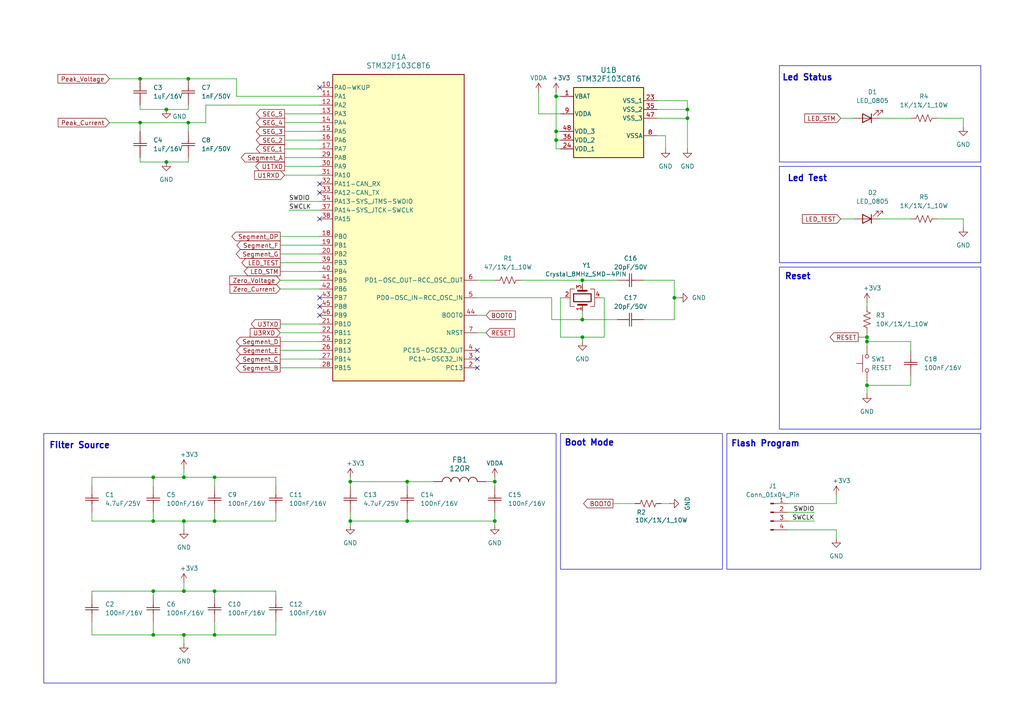
<source format=kicad_sch>
(kicad_sch (version 20231120) (generator "eeschema") (generator_version "8.0")
  (paper "A4")
  (lib_symbols
    (symbol "Connector:Conn_01x04_Pin" (pin_names (offset 1.016) hide)
      (property "Reference" "J" (at 0 5.08 0))
      (property "Value" "Conn_01x04_Pin" (at 0 -7.62 0))
      (symbol "Conn_01x04_Pin_1_1"
        (pin passive line (at 5.08 2.54 180) (length 3.81) (name "Pin_1") (number "1"))
        (pin passive line (at 5.08 0 180) (length 3.81) (name "Pin_2") (number "2"))
        (pin passive line (at 5.08 -2.54 180) (length 3.81) (name "Pin_3") (number "3"))
        (pin passive line (at 5.08 -5.08 180) (length 3.81) (name "Pin_4") (number "4"))
      )
    )
    (symbol "Measurement_Power_AC:Ceramic_Cap_SMD_0603_100nF_16V" (pin_numbers hide) (pin_names hide)
      (property "Reference" "C" (at 1.016 2.794 0))
      (property "Value" "100nF/16V" (at 0.254 5.334 0))
      (symbol "Ceramic_Cap_SMD_0603_100nF_16V_1_1"
        (pin unspecified line (at -1.27 0 0) (length 2.54) (name "") (number "1"))
        (pin unspecified line (at 6.35 0 180) (length 2.54) (name "") (number "2"))
      )
    )
    (symbol "Measurement_Power_AC:Ceramic_Cap_SMD_0603_1nF_50V" (pin_numbers hide) (pin_names hide)
      (property "Reference" "C" (at 1.016 2.794 0))
      (property "Value" "1nF/50V" (at 0.254 5.334 0))
      (symbol "Ceramic_Cap_SMD_0603_1nF_50V_1_1"
        (pin unspecified line (at -1.27 0 0) (length 2.54) (name "") (number "1"))
        (pin unspecified line (at 6.35 0 180) (length 2.54) (name "") (number "2"))
      )
    )
    (symbol "Measurement_Power_AC:Ceramic_Cap_SMD_0603_4.7uF_25V" (pin_numbers hide) (pin_names hide)
      (property "Reference" "C" (at 2.286 2.794 0))
      (property "Value" "4.7uF/25V" (at 0.254 5.334 0))
      (symbol "Ceramic_Cap_SMD_0603_4.7uF_25V_1_1"
        (pin unspecified line (at 0 0 0) (length 2.54) (name "") (number "1"))
        (pin unspecified line (at 7.62 0 180) (length 2.54) (name "") (number "2"))
      )
    )
    (symbol "Measurement_Power_AC:Ceramic_Cap_SMD_1uF_16V" (pin_numbers hide) (pin_names hide)
      (property "Reference" "C" (at 2.286 2.794 0))
      (property "Value" "1uF/16V" (at 0.254 5.334 0))
      (symbol "Ceramic_Cap_SMD_1uF_16V_1_1"
        (pin unspecified line (at 0 0 0) (length 2.54) (name "") (number "1"))
        (pin unspecified line (at 7.62 0 180) (length 2.54) (name "") (number "2"))
      )
    )
    (symbol "Measurement_Power_AC:Ceramic_Cap_SMD_20pF_50V" (pin_numbers hide) (pin_names hide)
      (property "Reference" "C" (at 1.016 2.794 0))
      (property "Value" "20pF/50V" (at 0.254 5.334 0))
      (symbol "Ceramic_Cap_SMD_20pF_50V_1_1"
        (pin unspecified line (at -1.27 0 0) (length 2.54) (name "") (number "1"))
        (pin unspecified line (at 6.35 0 180) (length 2.54) (name "") (number "2"))
      )
    )
    (symbol "Measurement_Power_AC:Crystal_8MHz_SMD-4PIN" (pin_names (offset 1.016) hide)
      (property "Reference" "Y" (at 3.175 5.08 0))
      (property "Value" "Crystal_8MHz_SMD-4PIN" (at 3.175 3.175 0))
      (symbol "Crystal_8MHz_SMD-4PIN_1_1"
        (pin passive line (at -3.81 0 0) (length 1.27) (name "1") (number "1"))
        (pin passive line (at 0 5.08 270) (length 1.27) (name "2") (number "2"))
        (pin passive line (at 3.81 0 180) (length 1.27) (name "3") (number "3"))
        (pin passive line (at 0 -5.08 90) (length 1.27) (name "4") (number "4"))
      )
    )
    (symbol "Measurement_Power_AC:Ferrite_Bead/2A/120R" (pin_numbers hide) (pin_names (offset 0.254) hide)
      (property "Reference" "FB" (at 6.985 5.08 0))
      (property "Value" "120R" (at 6.985 -2.54 0))
      (symbol "Ferrite_Bead/2A/120R_1_1"
        (pin unspecified line (at 15.24 0 180) (length 2.54) (name "1") (number "1"))
        (pin unspecified line (at 0 0 0) (length 2.54) (name "2") (number "2"))
      )
      (symbol "Ferrite_Bead/2A/120R_1_2"
        (pin unspecified line (at 0 15.24 270) (length 2.54) (name "1") (number "1"))
        (pin unspecified line (at 0 0 90) (length 2.54) (name "2") (number "2"))
      )
    )
    (symbol "Measurement_Power_AC:LED_0805" (pin_numbers hide) (pin_names (offset 1.016) hide)
      (property "Reference" "D" (at 0 2.54 0))
      (property "Value" "LED_0805" (at 0 -4.064 0))
      (symbol "LED_0805_1_1"
        (pin passive line (at -3.81 0 0) (length 2.54) (name "K") (number "1"))
        (pin passive line (at 3.81 0 180) (length 2.54) (name "A") (number "2"))
      )
    )
    (symbol "Measurement_Power_AC:Res_10K_0603_1%" (pin_numbers hide) (pin_names hide)
      (property "Reference" "R" (at 2.794 3.81 0))
      (property "Value" "10K/1%/1_10W" (at 4.064 -2.54 0))
      (symbol "Res_10K_0603_1%_1_1"
        (pin passive line (at 0 0 0) (length 1.27) (name "~") (number "1"))
        (pin passive line (at 7.62 0 180) (length 1.27) (name "~") (number "2"))
      )
    )
    (symbol "Measurement_Power_AC:Res_1K_0603_1%" (pin_numbers hide) (pin_names hide)
      (property "Reference" "R" (at 3.556 2.54 0))
      (property "Value" "1K/1%/1_10W" (at 4.064 -2.54 0))
      (symbol "Res_1K_0603_1%_1_1"
        (pin passive line (at 0 0 0) (length 1.27) (name "~") (number "1"))
        (pin passive line (at 7.62 0 180) (length 1.27) (name "~") (number "2"))
      )
    )
    (symbol "Measurement_Power_AC:Res_47_0603_1%" (pin_numbers hide) (pin_names hide)
      (property "Reference" "R" (at 3.556 2.54 0))
      (property "Value" "47/1%/1_10W" (at 4.064 -2.54 0))
      (symbol "Res_47_0603_1%_1_1"
        (pin passive line (at 0 0 0) (length 1.27) (name "~") (number "1"))
        (pin passive line (at 7.62 0 180) (length 1.27) (name "~") (number "2"))
      )
    )
    (symbol "Measurement_Power_AC:STM32F103C8T6" (pin_names (offset 0.254))
      (property "Reference" "U" (at 16.51 92.71 0))
      (property "Value" "STM32F103C8T6" (at 17.78 90.17 0))
      (symbol "STM32F103C8T6_1_1"
        (pin bidirectional line (at -3.81 85.09 0) (length 3.81) (name "PA0-WKUP") (number "10"))
        (pin bidirectional line (at -3.81 82.55 0) (length 3.81) (name "PA1") (number "11"))
        (pin bidirectional line (at -3.81 80.01 0) (length 3.81) (name "PA2") (number "12"))
        (pin bidirectional line (at -3.81 77.47 0) (length 3.81) (name "PA3") (number "13"))
        (pin bidirectional line (at -3.81 74.93 0) (length 3.81) (name "PA4") (number "14"))
        (pin bidirectional line (at -3.81 72.39 0) (length 3.81) (name "PA5") (number "15"))
        (pin bidirectional line (at -3.81 69.85 0) (length 3.81) (name "PA6") (number "16"))
        (pin bidirectional line (at -3.81 67.31 0) (length 3.81) (name "PA7") (number "17"))
        (pin bidirectional line (at -3.81 41.91 0) (length 3.81) (name "PB0") (number "18"))
        (pin bidirectional line (at -3.81 39.37 0) (length 3.81) (name "PB1") (number "19"))
        (pin bidirectional line (at 41.91 3.81 180) (length 3.81) (name "PC13") (number "2"))
        (pin bidirectional line (at -3.81 36.83 0) (length 3.81) (name "PB2") (number "20"))
        (pin bidirectional line (at -3.81 16.51 0) (length 3.81) (name "PB10") (number "21"))
        (pin bidirectional line (at -3.81 13.97 0) (length 3.81) (name "PB11") (number "22"))
        (pin bidirectional line (at -3.81 11.43 0) (length 3.81) (name "PB12") (number "25"))
        (pin bidirectional line (at -3.81 8.89 0) (length 3.81) (name "PB13") (number "26"))
        (pin bidirectional line (at -3.81 6.35 0) (length 3.81) (name "PB14") (number "27"))
        (pin bidirectional line (at -3.81 3.81 0) (length 3.81) (name "PB15") (number "28"))
        (pin bidirectional line (at -3.81 64.77 0) (length 3.81) (name "PA8") (number "29"))
        (pin bidirectional line (at 41.91 6.35 180) (length 3.81) (name "PC14-OSC32_IN") (number "3"))
        (pin bidirectional line (at -3.81 62.23 0) (length 3.81) (name "PA9") (number "30"))
        (pin bidirectional line (at -3.81 59.69 0) (length 3.81) (name "PA10") (number "31"))
        (pin unspecified line (at -3.81 57.15 0) (length 3.81) (name "PA11-CAN_RX") (number "32"))
        (pin unspecified line (at -3.81 54.61 0) (length 3.81) (name "PA12-CAN_TX") (number "33"))
        (pin unspecified line (at -3.81 52.07 0) (length 3.81) (name "PA13-SYS_JTMS-SWDIO") (number "34"))
        (pin unspecified line (at -3.81 49.53 0) (length 3.81) (name "PA14-SYS_JTCK-SWCLK") (number "37"))
        (pin bidirectional line (at -3.81 46.99 0) (length 3.81) (name "PA15") (number "38"))
        (pin bidirectional line (at -3.81 34.29 0) (length 3.81) (name "PB3") (number "39"))
        (pin bidirectional line (at 41.91 8.89 180) (length 3.81) (name "PC15-OSC32_OUT") (number "4"))
        (pin bidirectional line (at -3.81 31.75 0) (length 3.81) (name "PB4") (number "40"))
        (pin bidirectional line (at -3.81 29.21 0) (length 3.81) (name "PB5") (number "41"))
        (pin bidirectional line (at -3.81 26.67 0) (length 3.81) (name "PB6") (number "42"))
        (pin bidirectional line (at -3.81 24.13 0) (length 3.81) (name "PB7") (number "43"))
        (pin input line (at 41.91 19.05 180) (length 3.81) (name "BOOT0") (number "44"))
        (pin bidirectional line (at -3.81 21.59 0) (length 3.81) (name "PB8") (number "45"))
        (pin bidirectional line (at -3.81 19.05 0) (length 3.81) (name "PB9") (number "46"))
        (pin unspecified line (at 41.91 24.13 180) (length 3.81) (name "PD0-OSC_IN-RCC_OSC_IN") (number "5"))
        (pin unspecified line (at 41.91 29.21 180) (length 3.81) (name "PD1-OSC_OUT-RCC_OSC_OUT") (number "6"))
        (pin bidirectional line (at 41.91 13.97 180) (length 3.81) (name "NRST") (number "7"))
      )
      (symbol "STM32F103C8T6_2_1"
        (pin power_in line (at 24.13 17.78 180) (length 3.81) (name "VBAT") (number "1"))
        (pin power_in line (at -3.81 16.51 0) (length 3.81) (name "VSS_1") (number "23"))
        (pin power_in line (at 24.13 2.54 180) (length 3.81) (name "VDD_1") (number "24"))
        (pin power_in line (at -3.81 13.97 0) (length 3.81) (name "VSS_2") (number "35"))
        (pin power_in line (at 24.13 5.08 180) (length 3.81) (name "VDD_2") (number "36"))
        (pin power_in line (at -3.81 11.43 0) (length 3.81) (name "VSS_3") (number "47"))
        (pin power_in line (at 24.13 7.62 180) (length 3.81) (name "VDD_3") (number "48"))
        (pin power_in line (at -3.81 6.35 0) (length 3.81) (name "VSSA") (number "8"))
        (pin power_in line (at 24.13 12.7 180) (length 3.81) (name "VDDA") (number "9"))
      )
    )
    (symbol "Measurement_Power_AC:SW_Push" (pin_numbers hide) (pin_names (offset 1.016) hide)
      (property "Reference" "SW" (at 1.27 2.54 0))
      (property "Value" "SW_Push" (at 0 -1.524 0))
      (symbol "SW_Push_0_1"
        (pin passive line (at -5.08 0 0) (length 2.54) (name "1") (number "1"))
        (pin passive line (at 5.08 0 180) (length 2.54) (name "2") (number "2"))
      )
    )
    (symbol "power:+3.3VA" (power) (pin_numbers hide) (pin_names (offset 0) hide)
      (property "Value" "+3.3VA" (at 0 3.556 0))
      (symbol "+3.3VA_1_1"
        (pin power_in line (at 0 0 90) (length 0) (name "~") (number "1"))
      )
    )
    (symbol "power:+3V3" (power) (pin_numbers hide) (pin_names (offset 0) hide)
      (property "Value" "+3V3" (at 0 3.556 0))
      (symbol "+3V3_1_1"
        (pin power_in line (at 0 0 90) (length 0) (name "~") (number "1"))
      )
    )
    (symbol "power:GND" (power) (pin_numbers hide) (pin_names (offset 0) hide)
      (property "Value" "GND" (at 0 -3.81 0))
      (symbol "GND_1_1"
        (pin power_in line (at 0 0 270) (length 0) (name "~") (number "1"))
      )
    )
  )
  (junction (at 168.91 81.28))
  (junction (at 48.26 46.99))
  (junction (at 53.34 184.15))
  (junction (at 62.23 138.43))
  (junction (at 251.46 111.76))
  (junction (at 53.34 171.45))
  (junction (at 40.64 35.56))
  (junction (at 143.51 151.13))
  (junction (at 101.6 139.7))
  (junction (at 62.23 171.45))
  (junction (at 161.29 27.94))
  (junction (at 251.46 97.79))
  (junction (at 44.45 184.15))
  (junction (at 118.11 151.13))
  (junction (at 101.6 151.13))
  (junction (at 143.51 139.7))
  (junction (at 199.39 31.75))
  (junction (at 54.61 35.56))
  (junction (at 48.26 31.75))
  (junction (at 40.64 22.86))
  (junction (at 161.29 38.1))
  (junction (at 44.45 138.43))
  (junction (at 53.34 151.13))
  (junction (at 62.23 184.15))
  (junction (at 44.45 171.45))
  (junction (at 53.34 138.43))
  (junction (at 251.46 99.06))
  (junction (at 199.39 34.29))
  (junction (at 195.58 86.36))
  (junction (at 168.91 92.71))
  (junction (at 161.29 40.64))
  (junction (at 118.11 139.7))
  (junction (at 168.91 97.79))
  (junction (at 62.23 151.13))
  (junction (at 54.61 22.86))
  (junction (at 44.45 151.13))
  (no_connect (at 92.71 55.88))
  (no_connect (at 92.71 86.36))
  (no_connect (at 138.43 101.6))
  (no_connect (at 92.71 53.34))
  (no_connect (at 92.71 91.44))
  (no_connect (at 92.71 25.4))
  (no_connect (at 138.43 106.68))
  (no_connect (at 92.71 88.9))
  (no_connect (at 92.71 63.5))
  (no_connect (at 138.43 104.14))
  (wire (pts (xy 82.55 38.1) (xy 92.71 38.1)))
  (wire (pts (xy 190.5 29.21) (xy 199.39 29.21)))
  (wire (pts (xy 162.56 97.79) (xy 168.91 97.79)))
  (wire (pts (xy 255.27 34.29) (xy 264.16 34.29)))
  (wire (pts (xy 80.01 138.43) (xy 80.01 140.97)))
  (wire (pts (xy 199.39 29.21) (xy 199.39 31.75)))
  (wire (pts (xy 161.29 26.67) (xy 161.29 27.94)))
  (wire (pts (xy 44.45 138.43) (xy 44.45 140.97)))
  (wire (pts (xy 228.6 148.59) (xy 236.22 148.59)))
  (wire (pts (xy 101.6 151.13) (xy 101.6 152.4)))
  (wire (pts (xy 199.39 31.75) (xy 199.39 34.29)))
  (wire (pts (xy 251.46 99.06) (xy 264.16 99.06)))
  (wire (pts (xy 40.64 30.48) (xy 40.64 31.75)))
  (wire (pts (xy 81.28 99.06) (xy 92.71 99.06)))
  (wire (pts (xy 118.11 139.7) (xy 125.73 139.7)))
  (wire (pts (xy 190.5 39.37) (xy 193.04 39.37)))
  (wire (pts (xy 81.28 71.12) (xy 92.71 71.12)))
  (wire (pts (xy 81.28 104.14) (xy 92.71 104.14)))
  (wire (pts (xy 162.56 38.1) (xy 161.29 38.1)))
  (wire (pts (xy 40.64 35.56) (xy 54.61 35.56)))
  (wire (pts (xy 80.01 171.45) (xy 80.01 172.72)))
  (wire (pts (xy 53.34 171.45) (xy 62.23 171.45)))
  (wire (pts (xy 143.51 148.59) (xy 143.51 151.13)))
  (wire (pts (xy 251.46 111.76) (xy 251.46 114.3)))
  (wire (pts (xy 44.45 171.45) (xy 53.34 171.45)))
  (wire (pts (xy 143.51 138.43) (xy 143.51 139.7)))
  (wire (pts (xy 54.61 30.48) (xy 54.61 31.75)))
  (wire (pts (xy 26.67 171.45) (xy 44.45 171.45)))
  (wire (pts (xy 228.6 151.13) (xy 236.22 151.13)))
  (wire (pts (xy 80.01 148.59) (xy 80.01 151.13)))
  (wire (pts (xy 80.01 184.15) (xy 80.01 180.34)))
  (wire (pts (xy 243.84 63.5) (xy 247.65 63.5)))
  (wire (pts (xy 140.97 91.44) (xy 138.43 91.44)))
  (wire (pts (xy 53.34 168.91) (xy 53.34 171.45)))
  (wire (pts (xy 81.28 101.6) (xy 92.71 101.6)))
  (wire (pts (xy 62.23 171.45) (xy 62.23 172.72)))
  (wire (pts (xy 81.28 81.28) (xy 92.71 81.28)))
  (wire (pts (xy 271.78 34.29) (xy 279.4 34.29)))
  (wire (pts (xy 62.23 138.43) (xy 80.01 138.43)))
  (wire (pts (xy 62.23 148.59) (xy 62.23 151.13)))
  (wire (pts (xy 199.39 34.29) (xy 199.39 43.18)))
  (wire (pts (xy 195.58 86.36) (xy 195.58 92.71)))
  (wire (pts (xy 54.61 45.72) (xy 54.61 46.99)))
  (wire (pts (xy 228.6 153.67) (xy 242.57 153.67)))
  (wire (pts (xy 62.23 138.43) (xy 62.23 140.97)))
  (wire (pts (xy 175.26 97.79) (xy 168.91 97.79)))
  (wire (pts (xy 175.26 86.36) (xy 175.26 97.79)))
  (wire (pts (xy 26.67 180.34) (xy 26.67 184.15)))
  (wire (pts (xy 54.61 38.1) (xy 54.61 35.56)))
  (wire (pts (xy 161.29 40.64) (xy 161.29 43.18)))
  (wire (pts (xy 54.61 22.86) (xy 68.58 22.86)))
  (wire (pts (xy 101.6 139.7) (xy 118.11 139.7)))
  (wire (pts (xy 44.45 151.13) (xy 53.34 151.13)))
  (wire (pts (xy 81.28 68.58) (xy 92.71 68.58)))
  (wire (pts (xy 31.75 35.56) (xy 40.64 35.56)))
  (wire (pts (xy 279.4 34.29) (xy 279.4 36.83)))
  (wire (pts (xy 81.28 96.52) (xy 92.71 96.52)))
  (wire (pts (xy 40.64 31.75) (xy 48.26 31.75)))
  (wire (pts (xy 163.83 86.36) (xy 162.56 86.36)))
  (wire (pts (xy 168.91 97.79) (xy 168.91 99.06)))
  (wire (pts (xy 44.45 171.45) (xy 44.45 172.72)))
  (wire (pts (xy 81.28 73.66) (xy 92.71 73.66)))
  (wire (pts (xy 195.58 81.28) (xy 195.58 86.36)))
  (wire (pts (xy 26.67 172.72) (xy 26.67 171.45)))
  (wire (pts (xy 118.11 148.59) (xy 118.11 151.13)))
  (wire (pts (xy 68.58 27.94) (xy 92.71 27.94)))
  (wire (pts (xy 82.55 33.02) (xy 92.71 33.02)))
  (wire (pts (xy 168.91 90.17) (xy 168.91 92.71)))
  (wire (pts (xy 26.67 148.59) (xy 26.67 151.13)))
  (wire (pts (xy 81.28 78.74) (xy 92.71 78.74)))
  (wire (pts (xy 193.04 39.37) (xy 193.04 43.18)))
  (wire (pts (xy 101.6 140.97) (xy 101.6 139.7)))
  (wire (pts (xy 143.51 151.13) (xy 143.51 152.4)))
  (wire (pts (xy 195.58 86.36) (xy 196.85 86.36)))
  (wire (pts (xy 81.28 93.98) (xy 92.71 93.98)))
  (wire (pts (xy 26.67 138.43) (xy 44.45 138.43)))
  (wire (pts (xy 251.46 97.79) (xy 251.46 99.06)))
  (wire (pts (xy 242.57 143.51) (xy 242.57 146.05)))
  (wire (pts (xy 118.11 139.7) (xy 118.11 140.97)))
  (wire (pts (xy 48.26 46.99) (xy 54.61 46.99)))
  (wire (pts (xy 264.16 109.22) (xy 264.16 111.76)))
  (wire (pts (xy 44.45 138.43) (xy 53.34 138.43)))
  (wire (pts (xy 143.51 139.7) (xy 140.97 139.7)))
  (wire (pts (xy 83.82 58.42) (xy 92.71 58.42)))
  (wire (pts (xy 44.45 148.59) (xy 44.45 151.13)))
  (wire (pts (xy 177.8 146.05) (xy 184.15 146.05)))
  (wire (pts (xy 59.69 30.48) (xy 92.71 30.48)))
  (wire (pts (xy 26.67 184.15) (xy 44.45 184.15)))
  (wire (pts (xy 190.5 34.29) (xy 199.39 34.29)))
  (wire (pts (xy 138.43 86.36) (xy 160.02 86.36)))
  (wire (pts (xy 81.28 106.68) (xy 92.71 106.68)))
  (wire (pts (xy 173.99 86.36) (xy 175.26 86.36)))
  (wire (pts (xy 255.27 63.5) (xy 264.16 63.5)))
  (wire (pts (xy 68.58 22.86) (xy 68.58 27.94)))
  (wire (pts (xy 81.28 76.2) (xy 92.71 76.2)))
  (wire (pts (xy 243.84 34.29) (xy 247.65 34.29)))
  (wire (pts (xy 251.46 110.49) (xy 251.46 111.76)))
  (wire (pts (xy 82.55 35.56) (xy 92.71 35.56)))
  (wire (pts (xy 82.55 45.72) (xy 92.71 45.72)))
  (wire (pts (xy 162.56 33.02) (xy 156.21 33.02)))
  (wire (pts (xy 161.29 43.18) (xy 162.56 43.18)))
  (wire (pts (xy 251.46 111.76) (xy 264.16 111.76)))
  (wire (pts (xy 101.6 148.59) (xy 101.6 151.13)))
  (wire (pts (xy 101.6 151.13) (xy 118.11 151.13)))
  (wire (pts (xy 156.21 33.02) (xy 156.21 26.67)))
  (wire (pts (xy 62.23 171.45) (xy 80.01 171.45)))
  (wire (pts (xy 40.64 38.1) (xy 40.64 35.56)))
  (wire (pts (xy 82.55 48.26) (xy 92.71 48.26)))
  (wire (pts (xy 48.26 31.75) (xy 54.61 31.75)))
  (wire (pts (xy 190.5 31.75) (xy 199.39 31.75)))
  (wire (pts (xy 59.69 35.56) (xy 54.61 35.56)))
  (wire (pts (xy 138.43 81.28) (xy 143.51 81.28)))
  (wire (pts (xy 53.34 138.43) (xy 62.23 138.43)))
  (wire (pts (xy 161.29 27.94) (xy 162.56 27.94)))
  (wire (pts (xy 26.67 140.97) (xy 26.67 138.43)))
  (wire (pts (xy 162.56 86.36) (xy 162.56 97.79)))
  (wire (pts (xy 242.57 153.67) (xy 242.57 156.21)))
  (wire (pts (xy 118.11 151.13) (xy 143.51 151.13)))
  (wire (pts (xy 161.29 38.1) (xy 161.29 40.64)))
  (wire (pts (xy 251.46 87.63) (xy 251.46 88.9)))
  (wire (pts (xy 82.55 40.64) (xy 92.71 40.64)))
  (wire (pts (xy 83.82 60.96) (xy 92.71 60.96)))
  (wire (pts (xy 101.6 138.43) (xy 101.6 139.7)))
  (wire (pts (xy 195.58 92.71) (xy 186.69 92.71)))
  (wire (pts (xy 251.46 99.06) (xy 251.46 100.33)))
  (wire (pts (xy 191.77 146.05) (xy 194.31 146.05)))
  (wire (pts (xy 248.92 97.79) (xy 251.46 97.79)))
  (wire (pts (xy 26.67 151.13) (xy 44.45 151.13)))
  (wire (pts (xy 162.56 40.64) (xy 161.29 40.64)))
  (wire (pts (xy 62.23 151.13) (xy 80.01 151.13)))
  (wire (pts (xy 251.46 96.52) (xy 251.46 97.79)))
  (wire (pts (xy 59.69 30.48) (xy 59.69 35.56)))
  (wire (pts (xy 82.55 50.8) (xy 92.71 50.8)))
  (wire (pts (xy 228.6 146.05) (xy 242.57 146.05)))
  (wire (pts (xy 53.34 151.13) (xy 53.34 153.67)))
  (wire (pts (xy 138.43 96.52) (xy 140.97 96.52)))
  (wire (pts (xy 168.91 81.28) (xy 179.07 81.28)))
  (wire (pts (xy 160.02 92.71) (xy 168.91 92.71)))
  (wire (pts (xy 151.13 81.28) (xy 168.91 81.28)))
  (wire (pts (xy 44.45 184.15) (xy 53.34 184.15)))
  (wire (pts (xy 168.91 92.71) (xy 179.07 92.71)))
  (wire (pts (xy 81.28 83.82) (xy 92.71 83.82)))
  (wire (pts (xy 62.23 184.15) (xy 80.01 184.15)))
  (wire (pts (xy 53.34 151.13) (xy 62.23 151.13)))
  (wire (pts (xy 279.4 63.5) (xy 279.4 66.04)))
  (wire (pts (xy 143.51 140.97) (xy 143.51 139.7)))
  (wire (pts (xy 53.34 184.15) (xy 62.23 184.15)))
  (wire (pts (xy 160.02 86.36) (xy 160.02 92.71)))
  (wire (pts (xy 62.23 180.34) (xy 62.23 184.15)))
  (wire (pts (xy 186.69 81.28) (xy 195.58 81.28)))
  (wire (pts (xy 82.55 43.18) (xy 92.71 43.18)))
  (wire (pts (xy 271.78 63.5) (xy 279.4 63.5)))
  (wire (pts (xy 31.75 22.86) (xy 40.64 22.86)))
  (wire (pts (xy 53.34 184.15) (xy 53.34 186.69)))
  (wire (pts (xy 53.34 135.89) (xy 53.34 138.43)))
  (wire (pts (xy 40.64 22.86) (xy 54.61 22.86)))
  (wire (pts (xy 161.29 27.94) (xy 161.29 38.1)))
  (wire (pts (xy 264.16 101.6) (xy 264.16 99.06)))
  (wire (pts (xy 44.45 180.34) (xy 44.45 184.15)))
  (wire (pts (xy 40.64 46.99) (xy 48.26 46.99)))
  (wire (pts (xy 40.64 45.72) (xy 40.64 46.99)))
  (wire (pts (xy 168.91 81.28) (xy 168.91 82.55)))
  (rectangle (start 226.06 19.05) (end 284.48 46.99))
  (rectangle (start 210.82 125.73) (end 284.48 165.1))
  (rectangle (start 162.56 125.73) (end 209.55 165.1))
  (rectangle (start 226.06 77.47) (end 284.48 124.46))
  (rectangle (start 226.06 48.26) (end 284.48 76.2))
  (rectangle (start 12.7 125.73) (end 161.29 198.12))
  (text "Flash Program" (at 221.996 128.778 0) (effects (font (size 1.778 1.778) (thickness 0.3556) (bold yes))))
  (text "Led Status" (at 234.188 22.606 0) (effects (font (size 1.778 1.778) (thickness 0.3556) (bold yes))))
  (text "Reset\n" (at 231.394 80.264 0) (effects (font (size 1.778 1.778) (thickness 0.3556) (bold yes))))
  (text "Boot Mode\n" (at 170.942 128.524 0) (effects (font (size 1.778 1.778) (thickness 0.3556) (bold yes))))
  (text "Led Test" (at 234.188 51.816 0) (effects (font (size 1.778 1.778) (thickness 0.3556) (bold yes))))
  (text "Filter Source" (at 23.114 129.286 0) (effects (font (size 1.778 1.778) (thickness 0.3556) (bold yes))))
  (label "SWCLK" (at 236.22 151.13 180))
  (label "SWDIO" (at 236.22 148.59 180))
  (label "SWCLK" (at 83.82 60.96 0))
  (label "SWDIO" (at 83.82 58.42 0))
  (global_label "U3TXD" (shape output) (at 81.28 93.98 180) (property "Intersheetrefs" "${INTERSHEET_REFS}" (effects (hide yes))))
  (global_label "Peak_Voltage" (shape input) (at 31.75 22.86 180) (property "Intersheetrefs" "${INTERSHEET_REFS}" (effects (hide yes))))
  (global_label "SEG_3" (shape output) (at 82.55 38.1 180) (property "Intersheetrefs" "${INTERSHEET_REFS}" (effects (hide yes))))
  (global_label "U1RXD" (shape input) (at 82.55 50.8 180) (property "Intersheetrefs" "${INTERSHEET_REFS}" (effects (hide yes))))
  (global_label "RESET" (shape output) (at 248.92 97.79 180) (property "Intersheetrefs" "${INTERSHEET_REFS}" (effects (hide yes))))
  (global_label "SEG_4" (shape output) (at 82.55 35.56 180) (property "Intersheetrefs" "${INTERSHEET_REFS}" (effects (hide yes))))
  (global_label "LED_STM" (shape output) (at 81.28 78.74 180) (effects (font (thickness 0.1588))) (property "Intersheetrefs" "${INTERSHEET_REFS}" (effects (hide yes))))
  (global_label "Segment_E" (shape output) (at 81.28 101.6 180) (property "Intersheetrefs" "${INTERSHEET_REFS}" (effects (hide yes))))
  (global_label "Peak_Current" (shape input) (at 31.75 35.56 180) (property "Intersheetrefs" "${INTERSHEET_REFS}" (effects (hide yes))))
  (global_label "LED_TEST" (shape input) (at 243.84 63.5 180) (effects (font (thickness 0.1588))) (property "Intersheetrefs" "${INTERSHEET_REFS}" (effects (hide yes))))
  (global_label "LED_TEST" (shape output) (at 81.28 76.2 180) (effects (font (thickness 0.1588))) (property "Intersheetrefs" "${INTERSHEET_REFS}" (effects (hide yes))))
  (global_label "LED_STM" (shape input) (at 243.84 34.29 180) (effects (font (thickness 0.1588))) (property "Intersheetrefs" "${INTERSHEET_REFS}" (effects (hide yes))))
  (global_label "Segment_DP" (shape output) (at 81.28 68.58 180) (property "Intersheetrefs" "${INTERSHEET_REFS}" (effects (hide yes))))
  (global_label "SEG_5" (shape output) (at 82.55 33.02 180) (property "Intersheetrefs" "${INTERSHEET_REFS}" (effects (hide yes))))
  (global_label "Segment_A" (shape output) (at 82.55 45.72 180) (property "Intersheetrefs" "${INTERSHEET_REFS}" (effects (hide yes))))
  (global_label "Segment_C" (shape output) (at 81.28 104.14 180) (property "Intersheetrefs" "${INTERSHEET_REFS}" (effects (hide yes))))
  (global_label "RESET" (shape input) (at 140.97 96.52 0) (property "Intersheetrefs" "${INTERSHEET_REFS}" (effects (hide yes))))
  (global_label "Segment_D" (shape output) (at 81.28 99.06 180) (property "Intersheetrefs" "${INTERSHEET_REFS}" (effects (hide yes))))
  (global_label "Zero_Voltage" (shape input) (at 81.28 81.28 180) (property "Intersheetrefs" "${INTERSHEET_REFS}" (effects (hide yes))))
  (global_label "U3RXD" (shape input) (at 81.28 96.52 180) (property "Intersheetrefs" "${INTERSHEET_REFS}" (effects (hide yes))))
  (global_label "BOOT0" (shape input) (at 140.97 91.44 0) (property "Intersheetrefs" "${INTERSHEET_REFS}" (effects (hide yes))))
  (global_label "Segment_B" (shape output) (at 81.28 106.68 180) (property "Intersheetrefs" "${INTERSHEET_REFS}" (effects (hide yes))))
  (global_label "Segment_F" (shape output) (at 81.28 71.12 180) (property "Intersheetrefs" "${INTERSHEET_REFS}" (effects (hide yes))))
  (global_label "BOOT0" (shape output) (at 177.8 146.05 180) (property "Intersheetrefs" "${INTERSHEET_REFS}" (effects (hide yes))))
  (global_label "SEG_1" (shape output) (at 82.55 43.18 180) (property "Intersheetrefs" "${INTERSHEET_REFS}" (effects (hide yes))))
  (global_label "Segment_G" (shape output) (at 81.28 73.66 180) (property "Intersheetrefs" "${INTERSHEET_REFS}" (effects (hide yes))))
  (global_label "Zero_Current" (shape input) (at 81.28 83.82 180) (property "Intersheetrefs" "${INTERSHEET_REFS}" (effects (hide yes))))
  (global_label "U1TXD" (shape output) (at 82.55 48.26 180) (property "Intersheetrefs" "${INTERSHEET_REFS}" (effects (hide yes))))
  (global_label "SEG_2" (shape output) (at 82.55 40.64 180) (property "Intersheetrefs" "${INTERSHEET_REFS}" (effects (hide yes))))
  (symbol (lib_id "power:+3V3") (at 53.34 135.89 0) (unit 1)
    (property "Reference" "#PWR03" (effects (hide yes)))
    (property "Value" "+3V3" (at 54.864 131.826 0))
    (property "Description" "Power symbol creates a global label with name \"+3V3\"" (effects (hide yes)))
  )
  (symbol (lib_id "Measurement_Power_AC:Res_10K_0603_1%") (at 191.77 146.05 180) (unit 1)
    (property "Reference" "R2" (at 184.658 148.59 0) (effects (justify right)))
    (property "Value" "10K/1%/1_10W" (at 184.15 150.876 0) (effects (justify right)))
    (property "Footprint" "Measure_Power_AC:Res_0603" (effects (hide yes)))
    (property "Datasheet" "https://fscdn.rohm.com/en/products/databook/datasheet/passive/resistor/chip_resistor/esr-e.pdf" (effects (hide yes)))
    (property "Description" "Res 10 KOhm 0603 1%" (effects (hide yes)))
    (property "Supply name" "Thegioiic" (effects (hide yes)))
    (property "Supply part number" "Điện Trở 10 KOhm 0603 1%" (effects (hide yes)))
    (property "Supply URL" "https://www.thegioiic.com/dien-tro-10-kohm-0603-1-" (effects (hide yes)))
  )
  (symbol (lib_id "Measurement_Power_AC:Res_1K_0603_1%") (at 264.16 34.29 0) (unit 1)
    (property "Reference" "R4" (at 267.97 27.94 0))
    (property "Value" "1K/1%/1_10W" (at 267.97 30.48 0))
    (property "Footprint" "Measure_Power_AC:Res_0603" (effects (hide yes)))
    (property "Datasheet" "https://fscdn.rohm.com/en/products/databook/datasheet/passive/resistor/chip_resistor/esr-e.pdf" (effects (hide yes)))
    (property "Description" "Res 1 KOhm 0603 1%" (effects (hide yes)))
    (property "Supply name" "Thegioiic" (effects (hide yes)))
    (property "Supply part number" "Điện Trở 1 KOhm 0603 1%" (effects (hide yes)))
    (property "Supply URL" "https://www.thegioiic.com/dien-tro-1-kohm-0603-1-" (effects (hide yes)))
  )
  (symbol (lib_id "Measurement_Power_AC:Res_1K_0603_1%") (at 264.16 63.5 0) (unit 1)
    (property "Reference" "R5" (at 267.97 57.15 0))
    (property "Value" "1K/1%/1_10W" (at 267.97 59.69 0))
    (property "Footprint" "Measure_Power_AC:Res_0603" (effects (hide yes)))
    (property "Datasheet" "https://fscdn.rohm.com/en/products/databook/datasheet/passive/resistor/chip_resistor/esr-e.pdf" (effects (hide yes)))
    (property "Description" "Res 1 KOhm 0603 1%" (effects (hide yes)))
    (property "Supply name" "Thegioiic" (effects (hide yes)))
    (property "Supply part number" "Điện Trở 1 KOhm 0603 1%" (effects (hide yes)))
    (property "Supply URL" "https://www.thegioiic.com/dien-tro-1-kohm-0603-1-" (effects (hide yes)))
  )
  (symbol (lib_id "power:+3V3") (at 161.29 26.67 0) (unit 1)
    (property "Reference" "#PWR012" (effects (hide yes)))
    (property "Value" "+3V3" (at 162.814 22.606 0))
    (property "Description" "Power symbol creates a global label with name \"+3V3\"" (effects (hide yes)))
  )
  (symbol (lib_id "power:+3.3VA") (at 143.51 138.43 0) (mirror y) (unit 1)
    (property "Reference" "#PWR09" (effects (hide yes)))
    (property "Value" "VDDA" (at 143.51 134.366 0))
    (property "Description" "Power symbol creates a global label with name \"+3.3VA\"" (effects (hide yes)))
  )
  (symbol (lib_id "power:+3V3") (at 101.6 138.43 0) (unit 1)
    (property "Reference" "#PWR07" (effects (hide yes)))
    (property "Value" "+3V3" (at 103.124 134.366 0))
    (property "Description" "Power symbol creates a global label with name \"+3V3\"" (effects (hide yes)))
  )
  (symbol (lib_id "Measurement_Power_AC:Ceramic_Cap_SMD_20pF_50V") (at 180.34 92.71 0) (unit 1)
    (property "Reference" "C17" (at 182.88 86.36 0))
    (property "Value" "20pF/50V" (at 182.88 88.9 0))
    (property "Footprint" "Measure_Power_AC:Ceramic_Cap_0603" (effects (hide yes)))
    (property "Description" "10%, 0603 (1608 Metric)" (effects (hide yes)))
    (property "Supply name" "Thegioiic" (effects (hide yes)))
    (property "Supply part number" "Tụ Gốm 0603 20pF 50V" (effects (hide yes)))
    (property "Supply URL" "https://www.thegioiic.com/tu-gom-0603-20pf-50v" (effects (hide yes)))
  )
  (symbol (lib_id "power:GND") (at 168.91 99.06 0) (unit 1)
    (property "Reference" "#PWR013" (effects (hide yes)))
    (property "Value" "GND" (at 168.91 104.14 0))
    (property "Description" "Power symbol creates a global label with name \"GND\" , ground" (effects (hide yes)))
  )
  (symbol (lib_id "power:GND") (at 279.4 36.83 0) (unit 1)
    (property "Reference" "#PWR022" (effects (hide yes)))
    (property "Value" "GND" (at 279.4 41.91 0))
    (property "Description" "Power symbol creates a global label with name \"GND\" , ground" (effects (hide yes)))
  )
  (symbol (lib_id "Measurement_Power_AC:Ceramic_Cap_SMD_0603_100nF_16V") (at 26.67 179.07 90) (unit 1)
    (property "Reference" "C2" (at 30.48 175.2599 90) (effects (justify right)))
    (property "Value" "100nF/16V" (at 30.48 177.7999 90) (effects (justify right)))
    (property "Footprint" "Measure_Power_AC:Ceramic_Cap_0603" (effects (hide yes)))
    (property "Datasheet" "https://www.mouser.vn/datasheet/2/40/KYOCERA_AutoMLCCKAM-3106308.pdf" (effects (hide yes)))
    (property "Description" "10%, 0603 (1608 Metric)" (effects (hide yes)))
    (property "Supply name" "Thegioiic" (effects (hide yes)))
    (property "Supply part number" "Tụ Gốm 0603 100nF (0.1uF) 16V" (effects (hide yes)))
    (property "Supply URL" "https://www.thegioiic.com/tu-gom-0603-100nf-0-1uf-16v" (effects (hide yes)))
  )
  (symbol (lib_id "Measurement_Power_AC:Ceramic_Cap_SMD_0603_100nF_16V") (at 80.01 179.07 90) (unit 1)
    (property "Reference" "C12" (at 83.82 175.2599 90) (effects (justify right)))
    (property "Value" "100nF/16V" (at 83.82 177.7999 90) (effects (justify right)))
    (property "Footprint" "Measure_Power_AC:Ceramic_Cap_0603" (effects (hide yes)))
    (property "Datasheet" "https://www.mouser.vn/datasheet/2/40/KYOCERA_AutoMLCCKAM-3106308.pdf" (effects (hide yes)))
    (property "Description" "10%, 0603 (1608 Metric)" (effects (hide yes)))
    (property "Supply name" "Thegioiic" (effects (hide yes)))
    (property "Supply part number" "Tụ Gốm 0603 100nF (0.1uF) 16V" (effects (hide yes)))
    (property "Supply URL" "https://www.thegioiic.com/tu-gom-0603-100nf-0-1uf-16v" (effects (hide yes)))
  )
  (symbol (lib_id "Measurement_Power_AC:Ceramic_Cap_SMD_20pF_50V") (at 180.34 81.28 0) (unit 1)
    (property "Reference" "C16" (at 182.88 74.93 0))
    (property "Value" "20pF/50V" (at 182.88 77.47 0))
    (property "Footprint" "Measure_Power_AC:Ceramic_Cap_0603" (effects (hide yes)))
    (property "Description" "10%, 0603 (1608 Metric)" (effects (hide yes)))
    (property "Supply name" "Thegioiic" (effects (hide yes)))
    (property "Supply part number" "Tụ Gốm 0603 20pF 50V" (effects (hide yes)))
    (property "Supply URL" "https://www.thegioiic.com/tu-gom-0603-20pf-50v" (effects (hide yes)))
  )
  (symbol (lib_id "power:GND") (at 279.4 66.04 0) (unit 1)
    (property "Reference" "#PWR023" (effects (hide yes)))
    (property "Value" "GND" (at 279.4 71.12 0))
    (property "Description" "Power symbol creates a global label with name \"GND\" , ground" (effects (hide yes)))
  )
  (symbol (lib_id "Connector:Conn_01x04_Pin") (at 223.52 148.59 0) (unit 1)
    (property "Reference" "J1" (at 224.155 140.97 0))
    (property "Value" "Conn_01x04_Pin" (at 224.155 143.51 0))
    (property "Footprint" "Connector_PinHeader_2.54mm:PinHeader_1x04_P2.54mm_Vertical" (effects (hide yes)))
    (property "Description" "Generic connector, single row, 01x04, script generated" (effects (hide yes)))
  )
  (symbol (lib_id "power:GND") (at 101.6 152.4 0) (unit 1)
    (property "Reference" "#PWR08" (effects (hide yes)))
    (property "Value" "GND" (at 101.6 157.48 0))
    (property "Description" "Power symbol creates a global label with name \"GND\" , ground" (effects (hide yes)))
  )
  (symbol (lib_id "Measurement_Power_AC:Res_47_0603_1%") (at 143.51 81.28 0) (unit 1)
    (property "Reference" "R1" (at 147.32 74.93 0))
    (property "Value" "47/1%/1_10W" (at 147.32 77.47 0))
    (property "Footprint" "Measure_Power_AC:Res_0603" (effects (hide yes)))
    (property "Description" "Res 47 Ohm 0603 1%" (effects (hide yes)))
    (property "Supply name" "Thegioiic" (effects (hide yes)))
    (property "Supply part number" "Điện Trở 47 Ohm 0603 1%" (effects (hide yes)))
    (property "Supply URL" "https://www.thegioiic.com/dien-tro-47-ohm-0603-1-" (effects (hide yes)))
  )
  (symbol (lib_id "Measurement_Power_AC:Ceramic_Cap_SMD_0603_1nF_50V") (at 54.61 29.21 90) (unit 1)
    (property "Reference" "C7" (at 58.42 25.3999 90) (effects (justify right)))
    (property "Value" "1nF/50V" (at 58.42 27.9399 90) (effects (justify right)))
    (property "Footprint" "Measure_Power_AC:Ceramic_Cap_0603" (effects (hide yes)))
    (property "Datasheet" "https://www.mouser.vn/datasheet/2/40/KYOCERA_AutoMLCCKAM-3106308.pdf" (effects (hide yes)))
    (property "Description" "10%, 0603 (1608 Metric)" (effects (hide yes)))
    (property "Supply name" "Thegioiic" (effects (hide yes)))
    (property "Supply part number" "Tụ Gốm 0603 1nF 50V" (effects (hide yes)))
    (property "Supply URL" "https://www.thegioiic.com/tu-gom-0603-1nf-50v" (effects (hide yes)))
  )
  (symbol (lib_id "power:GND") (at 196.85 86.36 90) (unit 1)
    (property "Reference" "#PWR016" (effects (hide yes)))
    (property "Value" "GND" (at 200.66 86.3599 90) (effects (justify right)))
    (property "Description" "Power symbol creates a global label with name \"GND\" , ground" (effects (hide yes)))
  )
  (symbol (lib_id "Measurement_Power_AC:Ceramic_Cap_SMD_0603_100nF_16V") (at 80.01 147.32 90) (unit 1)
    (property "Reference" "C11" (at 83.82 143.5099 90) (effects (justify right)))
    (property "Value" "100nF/16V" (at 83.82 146.0499 90) (effects (justify right)))
    (property "Footprint" "Measure_Power_AC:Ceramic_Cap_0603" (effects (hide yes)))
    (property "Datasheet" "https://www.mouser.vn/datasheet/2/40/KYOCERA_AutoMLCCKAM-3106308.pdf" (effects (hide yes)))
    (property "Description" "10%, 0603 (1608 Metric)" (effects (hide yes)))
    (property "Supply name" "Thegioiic" (effects (hide yes)))
    (property "Supply part number" "Tụ Gốm 0603 100nF (0.1uF) 16V" (effects (hide yes)))
    (property "Supply URL" "https://www.thegioiic.com/tu-gom-0603-100nf-0-1uf-16v" (effects (hide yes)))
  )
  (symbol (lib_id "Measurement_Power_AC:Ceramic_Cap_SMD_0603_100nF_16V") (at 118.11 147.32 90) (unit 1)
    (property "Reference" "C14" (at 121.92 143.5099 90) (effects (justify right)))
    (property "Value" "100nF/16V" (at 121.92 146.0499 90) (effects (justify right)))
    (property "Footprint" "Measure_Power_AC:Ceramic_Cap_0603" (effects (hide yes)))
    (property "Datasheet" "https://www.mouser.vn/datasheet/2/40/KYOCERA_AutoMLCCKAM-3106308.pdf" (effects (hide yes)))
    (property "Description" "10%, 0603 (1608 Metric)" (effects (hide yes)))
    (property "Supply name" "Thegioiic" (effects (hide yes)))
    (property "Supply part number" "Tụ Gốm 0603 100nF (0.1uF) 16V" (effects (hide yes)))
    (property "Supply URL" "https://www.thegioiic.com/tu-gom-0603-100nf-0-1uf-16v" (effects (hide yes)))
  )
  (symbol (lib_id "Measurement_Power_AC:Ceramic_Cap_SMD_0603_100nF_16V") (at 264.16 107.95 90) (unit 1)
    (property "Reference" "C18" (at 267.97 104.1399 90) (effects (justify right)))
    (property "Value" "100nF/16V" (at 267.97 106.6799 90) (effects (justify right)))
    (property "Footprint" "Measure_Power_AC:Ceramic_Cap_0603" (effects (hide yes)))
    (property "Datasheet" "https://www.mouser.vn/datasheet/2/40/KYOCERA_AutoMLCCKAM-3106308.pdf" (effects (hide yes)))
    (property "Description" "10%, 0603 (1608 Metric)" (effects (hide yes)))
    (property "Supply name" "Thegioiic" (effects (hide yes)))
    (property "Supply part number" "Tụ Gốm 0603 100nF (0.1uF) 16V" (effects (hide yes)))
    (property "Supply URL" "https://www.thegioiic.com/tu-gom-0603-100nf-0-1uf-16v" (effects (hide yes)))
  )
  (symbol (lib_id "Measurement_Power_AC:Ceramic_Cap_SMD_1uF_16V") (at 40.64 45.72 90) (unit 1)
    (property "Reference" "C4" (at 44.45 40.6399 90) (effects (justify right)))
    (property "Value" "1uF/16V" (at 44.45 43.1799 90) (effects (justify right)))
    (property "Footprint" "Measure_Power_AC:Ceramic_Cap_0603" (effects (hide yes)))
    (property "Datasheet" "https://www.mouser.vn/datasheet/2/40/KYOCERA_AutoMLCCKAM-3106308.pdf" (effects (hide yes)))
    (property "Description" "10%, 0603 (1608 Metric)" (effects (hide yes)))
    (property "Supply name" "Thegioiic" (effects (hide yes)))
    (property "Supply part number" "Tụ Gốm 0603 1uF 16V" (effects (hide yes)))
    (property "Supply URL" "https://www.thegioiic.com/tu-gom-0603-1uf-16v" (effects (hide yes)))
  )
  (symbol (lib_id "Measurement_Power_AC:Ceramic_Cap_SMD_0603_4.7uF_25V") (at 101.6 148.59 90) (unit 1)
    (property "Reference" "C13" (at 105.41 143.5099 90) (effects (justify right)))
    (property "Value" "4.7uF/25V" (at 105.41 146.0499 90) (effects (justify right)))
    (property "Footprint" "Measure_Power_AC:Ceramic_Cap_0603" (effects (hide yes)))
    (property "Datasheet" "https://www.mouser.vn/datasheet/2/40/KYOCERA_AutoMLCCKAM-3106308.pdf" (effects (hide yes)))
    (property "Description" "10%, 0603 (1608 Metric)" (effects (hide yes)))
    (property "Supply name" "Thegioiic" (effects (hide yes)))
    (property "Supply part number" "Tụ Gốm 0603 4.7uF 25V" (effects (hide yes)))
    (property "Supply URL" "https://www.thegioiic.com/tu-gom-0603-4-7uf-25v" (effects (hide yes)))
  )
  (symbol (lib_id "power:GND") (at 199.39 43.18 0) (unit 1)
    (property "Reference" "#PWR017" (effects (hide yes)))
    (property "Value" "GND" (at 199.39 48.26 0))
    (property "Description" "Power symbol creates a global label with name \"GND\" , ground" (effects (hide yes)))
  )
  (symbol (lib_id "Measurement_Power_AC:LED_0805") (at 251.46 34.29 180) (unit 1)
    (property "Reference" "D1" (at 253.0475 26.67 0))
    (property "Value" "LED_0805" (at 253.0475 29.21 0))
    (property "Footprint" "Measure_Power_AC:LED_0805" (effects (hide yes)))
    (property "Description" "Light emitting diode" (effects (hide yes)))
    (property "Supply name" "Thegioiic" (effects (hide yes)))
    (property "Supply part number" "LED Xanh Lá 0805 Dán SMD Trong Suốt" (effects (hide yes)))
    (property "Supply URL" "https://www.thegioiic.com/led-xanh-la-0805-dan-smd-trong-suot" (effects (hide yes)))
  )
  (symbol (lib_id "Measurement_Power_AC:Ceramic_Cap_SMD_0603_100nF_16V") (at 44.45 179.07 90) (unit 1)
    (property "Reference" "C6" (at 48.26 175.2599 90) (effects (justify right)))
    (property "Value" "100nF/16V" (at 48.26 177.7999 90) (effects (justify right)))
    (property "Footprint" "Measure_Power_AC:Ceramic_Cap_0603" (effects (hide yes)))
    (property "Datasheet" "https://www.mouser.vn/datasheet/2/40/KYOCERA_AutoMLCCKAM-3106308.pdf" (effects (hide yes)))
    (property "Description" "10%, 0603 (1608 Metric)" (effects (hide yes)))
    (property "Supply name" "Thegioiic" (effects (hide yes)))
    (property "Supply part number" "Tụ Gốm 0603 100nF (0.1uF) 16V" (effects (hide yes)))
    (property "Supply URL" "https://www.thegioiic.com/tu-gom-0603-100nf-0-1uf-16v" (effects (hide yes)))
  )
  (symbol (lib_id "Measurement_Power_AC:Ceramic_Cap_SMD_0603_1nF_50V") (at 54.61 44.45 90) (unit 1)
    (property "Reference" "C8" (at 58.42 40.6399 90) (effects (justify right)))
    (property "Value" "1nF/50V" (at 58.42 43.1799 90) (effects (justify right)))
    (property "Footprint" "Measure_Power_AC:Ceramic_Cap_0603" (effects (hide yes)))
    (property "Datasheet" "https://www.mouser.vn/datasheet/2/40/KYOCERA_AutoMLCCKAM-3106308.pdf" (effects (hide yes)))
    (property "Description" "10%, 0603 (1608 Metric)" (effects (hide yes)))
    (property "Supply name" "Thegioiic" (effects (hide yes)))
    (property "Supply part number" "Tụ Gốm 0603 1nF 50V" (effects (hide yes)))
    (property "Supply URL" "https://www.thegioiic.com/tu-gom-0603-1nf-50v" (effects (hide yes)))
  )
  (symbol (lib_id "Measurement_Power_AC:Ceramic_Cap_SMD_1uF_16V") (at 40.64 30.48 90) (unit 1)
    (property "Reference" "C3" (at 44.45 25.3999 90) (effects (justify right)))
    (property "Value" "1uF/16V" (at 44.45 27.9399 90) (effects (justify right)))
    (property "Footprint" "Measure_Power_AC:Ceramic_Cap_0603" (effects (hide yes)))
    (property "Datasheet" "https://www.mouser.vn/datasheet/2/40/KYOCERA_AutoMLCCKAM-3106308.pdf" (effects (hide yes)))
    (property "Description" "10%, 0603 (1608 Metric)" (effects (hide yes)))
    (property "Supply name" "Thegioiic" (effects (hide yes)))
    (property "Supply part number" "Tụ Gốm 0603 1uF 16V" (effects (hide yes)))
    (property "Supply URL" "https://www.thegioiic.com/tu-gom-0603-1uf-16v" (effects (hide yes)))
  )
  (symbol (lib_id "Measurement_Power_AC:Crystal_8MHz_SMD-4PIN") (at 168.91 86.36 90) (unit 1)
    (property "Reference" "Y1" (at 170.18 76.962 90))
    (property "Value" "Crystal_8MHz_SMD-4PIN" (at 169.926 79.502 90))
    (property "Footprint" "Measure_Power_AC:Crystal_SMD_4PIN_3225" (effects (hide yes)))
    (property "Datasheet" "https://mm.digikey.com/Volume0/opasdata/d220001/medias/docus/1859/CX3225SB16000D0GZJC1_Spec.pdf" (effects (hide yes)))
    (property "Description" "Four pin crystal, GND on pins 2 and 4" (effects (hide yes)))
    (property "Supply name" "Thegioiic" (effects (hide yes)))
    (property "Supply part number" "Thạch Anh 8MHz 3225 4 Chân SMD" (effects (hide yes)))
    (property "Supply URL" "https://www.thegioiic.com/thach-anh-8mhz-3225-4-chan-smd" (effects (hide yes)))
  )
  (symbol (lib_id "power:+3V3") (at 242.57 143.51 0) (unit 1)
    (property "Reference" "#PWR018" (effects (hide yes)))
    (property "Value" "+3V3" (at 244.094 139.446 0))
    (property "Description" "Power symbol creates a global label with name \"+3V3\"" (effects (hide yes)))
  )
  (symbol (lib_id "Measurement_Power_AC:Ceramic_Cap_SMD_0603_100nF_16V") (at 143.51 147.32 90) (unit 1)
    (property "Reference" "C15" (at 147.32 143.5099 90) (effects (justify right)))
    (property "Value" "100nF/16V" (at 147.32 146.0499 90) (effects (justify right)))
    (property "Footprint" "Measure_Power_AC:Ceramic_Cap_0603" (effects (hide yes)))
    (property "Datasheet" "https://www.mouser.vn/datasheet/2/40/KYOCERA_AutoMLCCKAM-3106308.pdf" (effects (hide yes)))
    (property "Description" "10%, 0603 (1608 Metric)" (effects (hide yes)))
    (property "Supply name" "Thegioiic" (effects (hide yes)))
    (property "Supply part number" "Tụ Gốm 0603 100nF (0.1uF) 16V" (effects (hide yes)))
    (property "Supply URL" "https://www.thegioiic.com/tu-gom-0603-100nf-0-1uf-16v" (effects (hide yes)))
  )
  (symbol (lib_id "power:GND") (at 242.57 156.21 0) (unit 1)
    (property "Reference" "#PWR019" (effects (hide yes)))
    (property "Value" "GND" (at 242.57 161.29 0))
    (property "Description" "Power symbol creates a global label with name \"GND\" , ground" (effects (hide yes)))
  )
  (symbol (lib_id "Measurement_Power_AC:Res_10K_0603_1%") (at 251.46 96.52 90) (unit 1)
    (property "Reference" "R3" (at 254 91.4399 90) (effects (justify right)))
    (property "Value" "10K/1%/1_10W" (at 254 93.9799 90) (effects (justify right)))
    (property "Footprint" "Measure_Power_AC:Res_0603" (effects (hide yes)))
    (property "Datasheet" "https://fscdn.rohm.com/en/products/databook/datasheet/passive/resistor/chip_resistor/esr-e.pdf" (effects (hide yes)))
    (property "Description" "Res 10 KOhm 0603 1%" (effects (hide yes)))
    (property "Supply name" "Thegioiic" (effects (hide yes)))
    (property "Supply part number" "Điện Trở 10 KOhm 0603 1%" (effects (hide yes)))
    (property "Supply URL" "https://www.thegioiic.com/dien-tro-10-kohm-0603-1-" (effects (hide yes)))
  )
  (symbol (lib_id "Measurement_Power_AC:Ceramic_Cap_SMD_0603_4.7uF_25V") (at 26.67 148.59 90) (unit 1)
    (property "Reference" "C1" (at 30.48 143.5099 90) (effects (justify right)))
    (property "Value" "4.7uF/25V" (at 30.48 146.0499 90) (effects (justify right)))
    (property "Footprint" "Measure_Power_AC:Ceramic_Cap_0603" (effects (hide yes)))
    (property "Datasheet" "https://www.mouser.vn/datasheet/2/40/KYOCERA_AutoMLCCKAM-3106308.pdf" (effects (hide yes)))
    (property "Description" "10%, 0603 (1608 Metric)" (effects (hide yes)))
    (property "Supply name" "Thegioiic" (effects (hide yes)))
    (property "Supply part number" "Tụ Gốm 0603 4.7uF 25V" (effects (hide yes)))
    (property "Supply URL" "https://www.thegioiic.com/tu-gom-0603-4-7uf-25v" (effects (hide yes)))
  )
  (symbol (lib_id "power:GND") (at 193.04 43.18 0) (unit 1)
    (property "Reference" "#PWR014" (effects (hide yes)))
    (property "Value" "GND" (at 193.04 48.26 0))
    (property "Description" "Power symbol creates a global label with name \"GND\" , ground" (effects (hide yes)))
  )
  (symbol (lib_id "power:GND") (at 251.46 114.3 0) (unit 1)
    (property "Reference" "#PWR021" (effects (hide yes)))
    (property "Value" "GND" (at 251.46 119.38 0))
    (property "Description" "Power symbol creates a global label with name \"GND\" , ground" (effects (hide yes)))
  )
  (symbol (lib_id "Measurement_Power_AC:Ferrite_Bead/2A/120R") (at 125.73 139.7 0) (unit 1)
    (property "Reference" "FB1" (at 133.35 133.35 0) (effects (font (size 1.524 1.524))))
    (property "Value" "120R" (at 133.35 135.89 0) (effects (font (size 1.524 1.524))))
    (property "Footprint" "Measure_Power_AC:FB_0805" (effects (hide yes)))
    (property "Supply name" "Thegioiic" (effects (hide yes)))
    (property "Supply part number" "CBW201209U121T " (effects (hide yes)))
    (property "Supply URL" "https://www.thegioiic.com/cbw201209u121t-ferrite-beads-2a-120-ohm-0805" (effects (hide yes)))
  )
  (symbol (lib_id "Measurement_Power_AC:Ceramic_Cap_SMD_0603_100nF_16V") (at 62.23 179.07 90) (unit 1)
    (property "Reference" "C10" (at 66.04 175.2599 90) (effects (justify right)))
    (property "Value" "100nF/16V" (at 66.04 177.7999 90) (effects (justify right)))
    (property "Footprint" "Measure_Power_AC:Ceramic_Cap_0603" (effects (hide yes)))
    (property "Datasheet" "https://www.mouser.vn/datasheet/2/40/KYOCERA_AutoMLCCKAM-3106308.pdf" (effects (hide yes)))
    (property "Description" "10%, 0603 (1608 Metric)" (effects (hide yes)))
    (property "Supply name" "Thegioiic" (effects (hide yes)))
    (property "Supply part number" "Tụ Gốm 0603 100nF (0.1uF) 16V" (effects (hide yes)))
    (property "Supply URL" "https://www.thegioiic.com/tu-gom-0603-100nf-0-1uf-16v" (effects (hide yes)))
  )
  (symbol (lib_id "power:GND") (at 53.34 186.69 0) (unit 1)
    (property "Reference" "#PWR06" (effects (hide yes)))
    (property "Value" "GND" (at 53.34 191.77 0))
    (property "Description" "Power symbol creates a global label with name \"GND\" , ground" (effects (hide yes)))
  )
  (symbol (lib_id "Measurement_Power_AC:SW_Push") (at 251.46 105.41 90) (unit 1)
    (property "Reference" "SW1" (at 252.73 104.1399 90) (effects (justify right)))
    (property "Value" "RESET" (at 252.73 106.6799 90) (effects (justify right)))
    (property "Footprint" "Measure_Power_AC:SW_SMD" (effects (hide yes)))
    (property "Description" "Push button switch, generic, two pins" (effects (hide yes)))
    (property "Supply name" "Thegioiic" (effects (hide yes)))
    (property "Supply part number" "Nút Nhấn 3x4mm Cao 2.5mm 2 Chân SMD" (effects (hide yes)))
    (property "Suppy URL" "https://www.thegioiic.com/nut-nhan-3x4mm-cao-2-5mm-2-chan-smd" (effects (hide yes)))
  )
  (symbol (lib_id "power:GND") (at 53.34 153.67 0) (unit 1)
    (property "Reference" "#PWR04" (effects (hide yes)))
    (property "Value" "GND" (at 53.34 158.75 0))
    (property "Description" "Power symbol creates a global label with name \"GND\" , ground" (effects (hide yes)))
  )
  (symbol (lib_id "power:+3.3VA") (at 156.21 26.67 0) (mirror y) (unit 1)
    (property "Reference" "#PWR011" (effects (hide yes)))
    (property "Value" "VDDA" (at 156.21 22.606 0))
    (property "Description" "Power symbol creates a global label with name \"+3.3VA\"" (effects (hide yes)))
  )
  (symbol (lib_id "Measurement_Power_AC:STM32F103C8T6") (at 96.52 110.49 0) (unit 1)
    (property "Reference" "U1" (at 115.57 16.51 0) (effects (font (size 1.524 1.524))))
    (property "Value" "STM32F103C8T6" (at 115.57 19.05 0) (effects (font (size 1.524 1.524))))
    (property "Footprint" "charge_battery_footprint_lib:STM32F103C8T6" (effects (hide yes)))
    (property "Datasheet" "https://www.st.com/resource/en/datasheet/stm32f103cb.pdf" (effects (hide yes)))
    (property "Description" "ARM Cortex M3 Microcontroller IC 32-Bit 72MHz 64KB FLASH, 48-LQFP" (effects (hide yes)))
    (property "Supply name " "Thegioiic" (effects (hide yes)))
    (property "Supply part number" "STM32F103C8T6, 32-Bit ARM Cortex M3 Microcontroller, 72MHz, 64KB FLASH, 48-LQFP" (effects (hide yes)))
    (property "Supply URL" "https://www.thegioiic.com/stm32f103c8t6-32-bit-arm-cortex-m3-microcontroller-72mhz-64kb-flash-48-lqfp" (effects (hide yes)))
  )
  (symbol (lib_id "power:+3V3") (at 251.46 87.63 0) (unit 1)
    (property "Reference" "#PWR020" (effects (hide yes)))
    (property "Value" "+3V3" (at 252.984 83.566 0))
    (property "Description" "Power symbol creates a global label with name \"+3V3\"" (effects (hide yes)))
  )
  (symbol (lib_id "Measurement_Power_AC:Ceramic_Cap_SMD_0603_100nF_16V") (at 62.23 147.32 90) (unit 1)
    (property "Reference" "C9" (at 66.04 143.5099 90) (effects (justify right)))
    (property "Value" "100nF/16V" (at 66.04 146.0499 90) (effects (justify right)))
    (property "Footprint" "Measure_Power_AC:Ceramic_Cap_0603" (effects (hide yes)))
    (property "Datasheet" "https://www.mouser.vn/datasheet/2/40/KYOCERA_AutoMLCCKAM-3106308.pdf" (effects (hide yes)))
    (property "Description" "10%, 0603 (1608 Metric)" (effects (hide yes)))
    (property "Supply name" "Thegioiic" (effects (hide yes)))
    (property "Supply part number" "Tụ Gốm 0603 100nF (0.1uF) 16V" (effects (hide yes)))
    (property "Supply URL" "https://www.thegioiic.com/tu-gom-0603-100nf-0-1uf-16v" (effects (hide yes)))
  )
  (symbol (lib_id "power:GND") (at 143.51 152.4 0) (unit 1)
    (property "Reference" "#PWR010" (effects (hide yes)))
    (property "Value" "GND" (at 143.51 157.48 0))
    (property "Description" "Power symbol creates a global label with name \"GND\" , ground" (effects (hide yes)))
  )
  (symbol (lib_id "Measurement_Power_AC:Ceramic_Cap_SMD_0603_100nF_16V") (at 44.45 147.32 90) (unit 1)
    (property "Reference" "C5" (at 48.26 143.5099 90) (effects (justify right)))
    (property "Value" "100nF/16V" (at 48.26 146.0499 90) (effects (justify right)))
    (property "Footprint" "Measure_Power_AC:Ceramic_Cap_0603" (effects (hide yes)))
    (property "Datasheet" "https://www.mouser.vn/datasheet/2/40/KYOCERA_AutoMLCCKAM-3106308.pdf" (effects (hide yes)))
    (property "Description" "10%, 0603 (1608 Metric)" (effects (hide yes)))
    (property "Supply name" "Thegioiic" (effects (hide yes)))
    (property "Supply part number" "Tụ Gốm 0603 100nF (0.1uF) 16V" (effects (hide yes)))
    (property "Supply URL" "https://www.thegioiic.com/tu-gom-0603-100nf-0-1uf-16v" (effects (hide yes)))
  )
  (symbol (lib_id "Measurement_Power_AC:LED_0805") (at 251.46 63.5 180) (unit 1)
    (property "Reference" "D2" (at 253.0475 55.88 0))
    (property "Value" "LED_0805" (at 253.0475 58.42 0))
    (property "Footprint" "Measure_Power_AC:LED_0805" (effects (hide yes)))
    (property "Description" "Light emitting diode" (effects (hide yes)))
    (property "Supply name" "Thegioiic" (effects (hide yes)))
    (property "Supply part number" "LED Xanh Lá 0805 Dán SMD Trong Suốt" (effects (hide yes)))
    (property "Supply URL" "https://www.thegioiic.com/led-xanh-la-0805-dan-smd-trong-suot" (effects (hide yes)))
  )
  (symbol (lib_id "power:GND") (at 194.31 146.05 90) (unit 1)
    (property "Reference" "#PWR015" (effects (hide yes)))
    (property "Value" "GND" (at 199.39 146.05 0))
    (property "Description" "Power symbol creates a global label with name \"GND\" , ground" (effects (hide yes)))
  )
  (symbol (lib_id "power:GND") (at 48.26 46.99 0) (unit 1)
    (property "Reference" "#PWR02" (effects (hide yes)))
    (property "Value" "GND" (at 48.26 52.07 0))
    (property "Description" "Power symbol creates a global label with name \"GND\" , ground" (effects (hide yes)))
  )
  (symbol (lib_id "power:GND") (at 48.26 31.75 0) (unit 1)
    (property "Reference" "#PWR01" (effects (hide yes)))
    (property "Value" "GND" (at 52.07 33.782 0))
    (property "Description" "Power symbol creates a global label with name \"GND\" , ground" (effects (hide yes)))
  )
  (symbol (lib_id "Measurement_Power_AC:STM32F103C8T6") (at 186.69 45.72 0) (mirror y) (unit 2)
    (property "Reference" "U1" (at 176.53 20.32 0) (effects (font (size 1.524 1.524))))
    (property "Value" "STM32F103C8T6" (at 176.53 22.86 0) (effects (font (size 1.524 1.524))))
    (property "Footprint" "charge_battery_footprint_lib:STM32F103C8T6" (effects (hide yes)))
    (property "Datasheet" "https://www.st.com/resource/en/datasheet/stm32f103cb.pdf" (effects (hide yes)))
    (property "Description" "ARM Cortex M3 Microcontroller IC 32-Bit 72MHz 64KB FLASH, 48-LQFP" (effects (hide yes)))
    (property "Supply name " "Thegioiic" (effects (hide yes)))
    (property "Supply part number" "STM32F103C8T6, 32-Bit ARM Cortex M3 Microcontroller, 72MHz, 64KB FLASH, 48-LQFP" (effects (hide yes)))
    (property "Supply URL" "https://www.thegioiic.com/stm32f103c8t6-32-bit-arm-cortex-m3-microcontroller-72mhz-64kb-flash-48-lqfp" (effects (hide yes)))
  )
  (symbol (lib_id "power:+3V3") (at 53.34 168.91 0) (unit 1)
    (property "Reference" "#PWR05" (effects (hide yes)))
    (property "Value" "+3V3" (at 54.864 164.846 0))
    (property "Description" "Power symbol creates a global label with name \"+3V3\"" (effects (hide yes)))
  )
)
</source>
